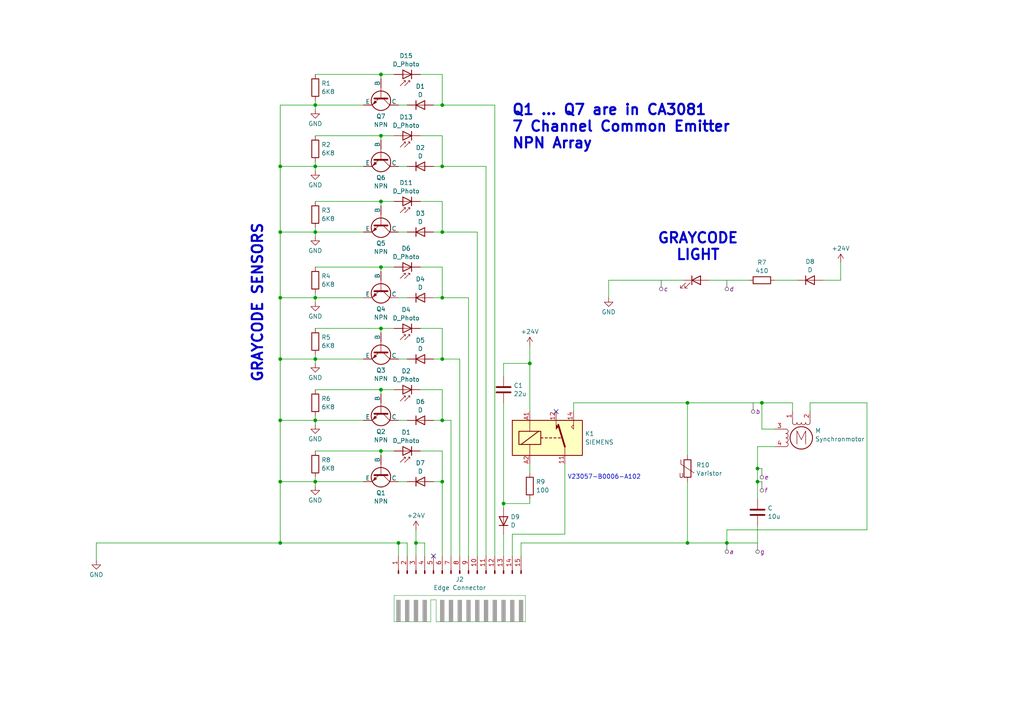
<source format=kicad_sch>
(kicad_sch (version 20231120) (generator "eeschema") (generator_version "8.0")
  (paper "A4")
  (lib_symbols
    (symbol "Connector:Conn_01x15_Pin" (pin_names (offset 1.016) hide)
      (property "Reference" "J" (at 0 20.32 0))
      (property "Value" "Conn_01x15_Pin" (at 0 -20.32 0))
      (symbol "Conn_01x15_Pin_1_1"
        (polyline (pts (xy 1.27 -17.78) (xy 0.8636 -17.78)) (stroke (width 0.1524)))
        (polyline (pts (xy 1.27 -15.24) (xy 0.8636 -15.24)) (stroke (width 0.1524)))
        (polyline (pts (xy 1.27 -12.7) (xy 0.8636 -12.7)) (stroke (width 0.1524)))
        (polyline (pts (xy 1.27 -10.16) (xy 0.8636 -10.16)) (stroke (width 0.1524)))
        (polyline (pts (xy 1.27 -7.62) (xy 0.8636 -7.62)) (stroke (width 0.1524)))
        (polyline (pts (xy 1.27 -5.08) (xy 0.8636 -5.08)) (stroke (width 0.1524)))
        (polyline (pts (xy 1.27 -2.54) (xy 0.8636 -2.54)) (stroke (width 0.1524)))
        (polyline (pts (xy 1.27 0) (xy 0.8636 0)) (stroke (width 0.1524)))
        (polyline (pts (xy 1.27 2.54) (xy 0.8636 2.54)) (stroke (width 0.1524)))
        (polyline (pts (xy 1.27 5.08) (xy 0.8636 5.08)) (stroke (width 0.1524)))
        (polyline (pts (xy 1.27 7.62) (xy 0.8636 7.62)) (stroke (width 0.1524)))
        (polyline (pts (xy 1.27 10.16) (xy 0.8636 10.16)) (stroke (width 0.1524)))
        (polyline (pts (xy 1.27 12.7) (xy 0.8636 12.7)) (stroke (width 0.1524)))
        (polyline (pts (xy 1.27 15.24) (xy 0.8636 15.24)) (stroke (width 0.1524)))
        (polyline (pts (xy 1.27 17.78) (xy 0.8636 17.78)) (stroke (width 0.1524)))
        (rectangle (start 0.8636 -17.653) (end 0 -17.907) (stroke (width 0.1524)) (fill (type outline)))
        (rectangle (start 0.8636 -15.113) (end 0 -15.367) (stroke (width 0.1524)) (fill (type outline)))
        (rectangle (start 0.8636 -12.573) (end 0 -12.827) (stroke (width 0.1524)) (fill (type outline)))
        (rectangle (start 0.8636 -10.033) (end 0 -10.287) (stroke (width 0.1524)) (fill (type outline)))
        (rectangle (start 0.8636 -7.493) (end 0 -7.747) (stroke (width 0.1524)) (fill (type outline)))
        (rectangle (start 0.8636 -4.953) (end 0 -5.207) (stroke (width 0.1524)) (fill (type outline)))
        (rectangle (start 0.8636 -2.413) (end 0 -2.667) (stroke (width 0.1524)) (fill (type outline)))
        (rectangle (start 0.8636 0.127) (end 0 -0.127) (stroke (width 0.1524)) (fill (type outline)))
        (rectangle (start 0.8636 2.667) (end 0 2.413) (stroke (width 0.1524)) (fill (type outline)))
        (rectangle (start 0.8636 5.207) (end 0 4.953) (stroke (width 0.1524)) (fill (type outline)))
        (rectangle (start 0.8636 7.747) (end 0 7.493) (stroke (width 0.1524)) (fill (type outline)))
        (rectangle (start 0.8636 10.287) (end 0 10.033) (stroke (width 0.1524)) (fill (type outline)))
        (rectangle (start 0.8636 12.827) (end 0 12.573) (stroke (width 0.1524)) (fill (type outline)))
        (rectangle (start 0.8636 15.367) (end 0 15.113) (stroke (width 0.1524)) (fill (type outline)))
        (rectangle (start 0.8636 17.907) (end 0 17.653) (stroke (width 0.1524)) (fill (type outline)))
        (pin passive line (at 5.08 17.78 180) (length 3.81) (name "Pin_1") (number "1"))
        (pin passive line (at 5.08 -5.08 180) (length 3.81) (name "Pin_10") (number "10"))
        (pin passive line (at 5.08 -7.62 180) (length 3.81) (name "Pin_11") (number "11"))
        (pin passive line (at 5.08 -10.16 180) (length 3.81) (name "Pin_12") (number "12"))
        (pin passive line (at 5.08 -12.7 180) (length 3.81) (name "Pin_13") (number "13"))
        (pin passive line (at 5.08 -15.24 180) (length 3.81) (name "Pin_14") (number "14"))
        (pin passive line (at 5.08 -17.78 180) (length 3.81) (name "Pin_15") (number "15"))
        (pin passive line (at 5.08 15.24 180) (length 3.81) (name "Pin_2") (number "2"))
        (pin passive line (at 5.08 12.7 180) (length 3.81) (name "Pin_3") (number "3"))
        (pin passive line (at 5.08 10.16 180) (length 3.81) (name "Pin_4") (number "4"))
        (pin passive line (at 5.08 7.62 180) (length 3.81) (name "Pin_5") (number "5"))
        (pin passive line (at 5.08 5.08 180) (length 3.81) (name "Pin_6") (number "6"))
        (pin passive line (at 5.08 2.54 180) (length 3.81) (name "Pin_7") (number "7"))
        (pin passive line (at 5.08 0 180) (length 3.81) (name "Pin_8") (number "8"))
        (pin passive line (at 5.08 -2.54 180) (length 3.81) (name "Pin_9") (number "9"))
      )
    )
    (symbol "Device:C" (pin_numbers hide) (pin_names (offset 0.254))
      (property "Reference" "C" (at 0.635 2.54 0))
      (property "Value" "C" (at 0.635 -2.54 0))
      (symbol "C_0_1"
        (polyline (pts (xy -2.032 -0.762) (xy 2.032 -0.762)) (stroke (width 0.508)))
        (polyline (pts (xy -2.032 0.762) (xy 2.032 0.762)) (stroke (width 0.508)))
      )
      (symbol "C_1_1"
        (pin passive line (at 0 3.81 270) (length 2.794) (name "~") (number "1"))
        (pin passive line (at 0 -3.81 90) (length 2.794) (name "~") (number "2"))
      )
    )
    (symbol "Device:D" (pin_numbers hide) (pin_names (offset 1.016) hide)
      (property "Reference" "D" (at 0 2.54 0))
      (property "Value" "D" (at 0 -2.54 0))
      (symbol "D_0_1"
        (polyline (pts (xy -1.27 1.27) (xy -1.27 -1.27)) (stroke (width 0.254)))
        (polyline (pts (xy 1.27 0) (xy -1.27 0)))
        (polyline (pts (xy 1.27 1.27) (xy 1.27 -1.27) (xy -1.27 0) (xy 1.27 1.27)) (stroke (width 0.254)))
      )
      (symbol "D_1_1"
        (pin passive line (at -3.81 0 0) (length 2.54) (name "K") (number "1"))
        (pin passive line (at 3.81 0 180) (length 2.54) (name "A") (number "2"))
      )
    )
    (symbol "Device:D_Photo" (pin_numbers hide) (pin_names hide)
      (property "Reference" "D" (at 0.508 1.778 0))
      (property "Value" "D_Photo" (at -1.016 -2.794 0))
      (symbol "D_Photo_0_1"
        (polyline (pts (xy -2.54 1.27) (xy -2.54 -1.27)) (stroke (width 0.254)))
        (polyline (pts (xy -2.032 1.778) (xy -1.524 1.778)))
        (polyline (pts (xy 0 0) (xy -2.54 0)))
        (polyline (pts (xy -0.508 3.302) (xy -2.032 1.778) (xy -2.032 2.286)))
        (polyline (pts (xy 0 -1.27) (xy 0 1.27) (xy -2.54 0) (xy 0 -1.27)) (stroke (width 0.254)))
        (polyline (pts (xy 0.762 3.302) (xy -0.762 1.778) (xy -0.762 2.286) (xy -0.762 1.778) (xy -0.254 1.778)))
      )
      (symbol "D_Photo_1_1"
        (pin passive line (at -5.08 0 0) (length 2.54) (name "K") (number "1"))
        (pin passive line (at 2.54 0 180) (length 2.54) (name "A") (number "2"))
      )
    )
    (symbol "Device:LED" (pin_numbers hide) (pin_names (offset 1.016) hide)
      (property "Reference" "D" (at 0 2.54 0))
      (property "Value" "LED" (at 0 -2.54 0))
      (symbol "LED_0_1"
        (polyline (pts (xy -1.27 -1.27) (xy -1.27 1.27)) (stroke (width 0.254)))
        (polyline (pts (xy -1.27 0) (xy 1.27 0)))
        (polyline (pts (xy 1.27 -1.27) (xy 1.27 1.27) (xy -1.27 0) (xy 1.27 -1.27)) (stroke (width 0.254)))
        (polyline (pts (xy -3.048 -0.762) (xy -4.572 -2.286) (xy -3.81 -2.286) (xy -4.572 -2.286) (xy -4.572 -1.524)))
        (polyline (pts (xy -1.778 -0.762) (xy -3.302 -2.286) (xy -2.54 -2.286) (xy -3.302 -2.286) (xy -3.302 -1.524)))
      )
      (symbol "LED_1_1"
        (pin passive line (at -3.81 0 0) (length 2.54) (name "K") (number "1"))
        (pin passive line (at 3.81 0 180) (length 2.54) (name "A") (number "2"))
      )
    )
    (symbol "Device:R" (pin_numbers hide) (pin_names (offset 0))
      (property "Reference" "R" (at 2.032 0 90))
      (property "Value" "R" (at 0 0 90))
      (symbol "R_0_1"
        (rectangle (start -1.016 -2.54) (end 1.016 2.54) (stroke (width 0.254)))
      )
      (symbol "R_1_1"
        (pin passive line (at 0 3.81 270) (length 1.27) (name "~") (number "1"))
        (pin passive line (at 0 -3.81 90) (length 1.27) (name "~") (number "2"))
      )
    )
    (symbol "Device:Varistor" (pin_numbers hide) (pin_names (offset 0))
      (property "Reference" "RV" (at 3.175 0 90))
      (property "Value" "Varistor" (at -3.175 0 90))
      (symbol "Varistor_0_0"
        (text "U" (at -1.778 -2.032 0) (effects (font (size 1.27 1.27))))
      )
      (symbol "Varistor_0_1"
        (rectangle (start -1.016 -2.54) (end 1.016 2.54) (stroke (width 0.254)))
        (polyline (pts (xy -1.905 2.54) (xy -1.905 1.27) (xy 1.905 -1.27)))
      )
      (symbol "Varistor_1_1"
        (pin passive line (at 0 3.81 270) (length 1.27) (name "~") (number "1"))
        (pin passive line (at 0 -3.81 90) (length 1.27) (name "~") (number "2"))
      )
    )
    (symbol "Motor:Stepper_Motor_bipolar" (pin_names (offset 0) hide)
      (property "Reference" "M" (at 3.81 2.54 0))
      (property "Value" "Stepper_Motor_bipolar" (at 3.81 1.27 0))
      (symbol "Stepper_Motor_bipolar_0_0"
        (polyline (pts (xy -1.27 -1.778) (xy -1.27 2.032) (xy 0 -0.508) (xy 1.27 2.032) (xy 1.27 -1.778)))
      )
      (symbol "Stepper_Motor_bipolar_0_1"
        (arc (start -4.445 -2.54) (mid -3.8127 -1.905) (end -4.445 -1.27))
        (arc (start -4.445 -1.27) (mid -3.8127 -0.635) (end -4.445 0))
        (arc (start -4.445 0) (mid -3.8127 0.635) (end -4.445 1.27))
        (arc (start -4.445 1.27) (mid -3.8127 1.905) (end -4.445 2.54))
        (arc (start -2.54 4.445) (mid -1.905 3.8127) (end -1.27 4.445))
        (arc (start -1.27 4.445) (mid -0.635 3.8127) (end 0 4.445))
        (polyline (pts (xy -5.08 -2.54) (xy -4.445 -2.54)))
        (polyline (pts (xy -5.08 2.54) (xy -4.445 2.54)))
        (polyline (pts (xy -2.54 5.08) (xy -2.54 4.445)))
        (polyline (pts (xy 2.54 5.08) (xy 2.54 4.445)))
        (circle (center 0 0) (radius 3.2512) (stroke (width 0.254)))
        (arc (start 0 4.445) (mid 0.635 3.8127) (end 1.27 4.445))
        (arc (start 1.27 4.445) (mid 1.905 3.8127) (end 2.54 4.445))
      )
      (symbol "Stepper_Motor_bipolar_1_1"
        (pin passive line (at -2.54 7.62 270) (length 2.54) (name "~") (number "1"))
        (pin passive line (at 2.54 7.62 270) (length 2.54) (name "-") (number "2"))
        (pin passive line (at -7.62 2.54 0) (length 2.54) (name "~") (number "3"))
        (pin passive line (at -7.62 -2.54 0) (length 2.54) (name "~") (number "4"))
      )
    )
    (symbol "Relay:FINDER-40.11"
      (property "Reference" "K" (at 11.43 3.81 0))
      (property "Value" "FINDER-40.11" (at 11.43 1.27 0))
      (symbol "FINDER-40.11_0_0"
        (polyline (pts (xy 7.62 5.08) (xy 7.62 2.54) (xy 6.985 3.175) (xy 7.62 3.81)))
      )
      (symbol "FINDER-40.11_0_1"
        (rectangle (start -10.16 5.08) (end 10.16 -5.08) (stroke (width 0.254)) (fill (type background)))
        (rectangle (start -8.255 1.905) (end -1.905 -1.905) (stroke (width 0.254)))
        (polyline (pts (xy -7.62 -1.905) (xy -2.54 1.905)) (stroke (width 0.254)))
        (polyline (pts (xy -5.08 -5.08) (xy -5.08 -1.905)))
        (polyline (pts (xy -5.08 5.08) (xy -5.08 1.905)))
        (polyline (pts (xy -1.905 0) (xy -1.27 0)) (stroke (width 0.254)))
        (polyline (pts (xy -0.635 0) (xy 0 0)) (stroke (width 0.254)))
        (polyline (pts (xy 0.635 0) (xy 1.27 0)) (stroke (width 0.254)))
        (polyline (pts (xy 1.905 0) (xy 2.54 0)) (stroke (width 0.254)))
        (polyline (pts (xy 3.175 0) (xy 3.81 0)) (stroke (width 0.254)))
        (polyline (pts (xy 5.08 -2.54) (xy 3.175 3.81)) (stroke (width 0.508)))
        (polyline (pts (xy 5.08 -2.54) (xy 5.08 -5.08)))
        (polyline (pts (xy 2.54 5.08) (xy 2.54 2.54) (xy 3.175 3.175) (xy 2.54 3.81)) (fill (type outline)))
      )
      (symbol "FINDER-40.11_1_1"
        (pin passive line (at 5.08 -7.62 90) (length 2.54) (name "~") (number "11"))
        (pin passive line (at 2.54 7.62 270) (length 2.54) (name "~") (number "12"))
        (pin passive line (at 7.62 7.62 270) (length 2.54) (name "~") (number "14"))
        (pin passive line (at -5.08 7.62 270) (length 2.54) (name "~") (number "A1"))
        (pin passive line (at -5.08 -7.62 90) (length 2.54) (name "~") (number "A2"))
      )
    )
    (symbol "Simulation_SPICE:NPN" (pin_numbers hide) (pin_names (offset 0))
      (property "Reference" "Q" (at -2.54 7.62 0))
      (property "Value" "NPN" (at -2.54 5.08 0))
      (symbol "NPN_0_1"
        (polyline (pts (xy -2.54 0) (xy 0.635 0)) (stroke (width 0.1524)))
        (polyline (pts (xy 0.635 0.635) (xy 2.54 2.54)))
        (polyline (pts (xy 2.794 -1.27) (xy 2.794 -1.27)) (stroke (width 0.1524)))
        (polyline (pts (xy 2.794 -1.27) (xy 2.794 -1.27)) (stroke (width 0.1524)))
        (polyline (pts (xy 0.635 -0.635) (xy 2.54 -2.54) (xy 2.54 -2.54)))
        (polyline (pts (xy 0.635 1.905) (xy 0.635 -1.905) (xy 0.635 -1.905)) (stroke (width 0.508)))
        (polyline (pts (xy 1.27 -1.778) (xy 1.778 -1.27) (xy 2.286 -2.286) (xy 1.27 -1.778) (xy 1.27 -1.778)) (fill (type outline)))
        (circle (center 1.27 0) (radius 2.8194) (stroke (width 0.254)))
      )
      (symbol "NPN_1_1"
        (pin open_collector line (at 2.54 5.08 270) (length 2.54) (name "C") (number "1"))
        (pin input line (at -5.08 0 0) (length 2.54) (name "B") (number "2"))
        (pin open_emitter line (at 2.54 -5.08 90) (length 2.54) (name "E") (number "3"))
      )
    )
    (symbol "power:+24V" (power) (pin_numbers hide) (pin_names (offset 0) hide)
      (property "Value" "+24V" (at 0 3.556 0))
      (symbol "+24V_0_1"
        (polyline (pts (xy -0.762 1.27) (xy 0 2.54)))
        (polyline (pts (xy 0 0) (xy 0 2.54)))
        (polyline (pts (xy 0 2.54) (xy 0.762 1.27)))
      )
      (symbol "+24V_1_1"
        (pin power_in line (at 0 0 90) (length 0) (name "~") (number "1"))
      )
    )
    (symbol "power:GND" (power) (pin_numbers hide) (pin_names (offset 0) hide)
      (property "Value" "GND" (at 0 -3.81 0))
      (symbol "GND_0_1"
        (polyline (pts (xy 0 0) (xy 0 -1.27) (xy 1.27 -1.27) (xy 0 -2.54) (xy -1.27 -1.27) (xy 0 -1.27)))
      )
      (symbol "GND_1_1"
        (pin power_in line (at 0 0 270) (length 0) (name "~") (number "1"))
      )
    )
  )
  (junction (at 110.49 77.47))
  (junction (at 110.49 58.42))
  (junction (at 91.44 121.92))
  (junction (at 128.27 139.7))
  (junction (at 146.05 146.05))
  (junction (at 91.44 48.26))
  (junction (at 115.57 157.48))
  (junction (at 199.39 157.48))
  (junction (at 91.44 67.31))
  (junction (at 81.28 48.26))
  (junction (at 91.44 86.36))
  (junction (at 220.98 116.84))
  (junction (at 128.27 30.48))
  (junction (at 199.39 116.84))
  (junction (at 91.44 104.14))
  (junction (at 110.49 130.81))
  (junction (at 81.28 121.92))
  (junction (at 91.44 30.48))
  (junction (at 81.28 157.48))
  (junction (at 81.28 86.36))
  (junction (at 153.67 105.41))
  (junction (at 81.28 104.14))
  (junction (at 128.27 121.92))
  (junction (at 120.65 157.48))
  (junction (at 128.27 104.14))
  (junction (at 81.28 139.7))
  (junction (at 128.27 86.36))
  (junction (at 91.44 139.7))
  (junction (at 219.71 139.7))
  (junction (at 128.27 48.26))
  (junction (at 110.49 113.03))
  (junction (at 110.49 95.25))
  (junction (at 210.82 157.48))
  (junction (at 110.49 21.59))
  (junction (at 110.49 39.37))
  (junction (at 81.28 67.31))
  (junction (at 219.71 135.89))
  (junction (at 128.27 67.31))
  (no_connect (at 161.29 119.38))
  (no_connect (at 125.73 161.29))
  (wire (pts (xy 115.57 86.36) (xy 118.11 86.36)))
  (wire (pts (xy 91.44 102.87) (xy 91.44 104.14)))
  (wire (pts (xy 81.28 121.92) (xy 91.44 121.92)))
  (wire (pts (xy 118.11 157.48) (xy 118.11 161.29)))
  (wire (pts (xy 81.28 139.7) (xy 81.28 157.48)))
  (wire (pts (xy 153.67 105.41) (xy 153.67 119.38)))
  (wire (pts (xy 140.97 48.26) (xy 128.27 48.26)))
  (polyline (pts (xy 124.968 180.34) (xy 114.3 180.34)) (stroke (width 0.1) (color 0 128 9 1)))
  (wire (pts (xy 91.44 121.92) (xy 105.41 121.92)))
  (wire (pts (xy 81.28 121.92) (xy 81.28 139.7)))
  (wire (pts (xy 219.71 139.7) (xy 220.98 139.7)))
  (wire (pts (xy 220.98 124.46) (xy 220.98 116.84)))
  (wire (pts (xy 251.46 153.67) (xy 251.46 116.84)))
  (wire (pts (xy 81.28 67.31) (xy 81.28 86.36)))
  (wire (pts (xy 135.89 86.36) (xy 128.27 86.36)))
  (wire (pts (xy 91.44 86.36) (xy 105.41 86.36)))
  (polyline (pts (xy 124.968 173.99) (xy 124.968 180.34)) (stroke (width 0.1) (color 0 128 9 1)))
  (wire (pts (xy 110.49 130.81) (xy 110.49 132.08)))
  (wire (pts (xy 153.67 100.33) (xy 153.67 105.41)))
  (wire (pts (xy 128.27 67.31) (xy 138.43 67.31)))
  (wire (pts (xy 91.44 48.26) (xy 105.41 48.26)))
  (wire (pts (xy 81.28 139.7) (xy 91.44 139.7)))
  (wire (pts (xy 81.28 104.14) (xy 81.28 121.92)))
  (wire (pts (xy 151.13 157.48) (xy 199.39 157.48)))
  (wire (pts (xy 146.05 147.32) (xy 146.05 146.05)))
  (wire (pts (xy 210.82 153.67) (xy 251.46 153.67)))
  (wire (pts (xy 120.65 153.67) (xy 120.65 157.48)))
  (wire (pts (xy 224.79 124.46) (xy 220.98 124.46)))
  (wire (pts (xy 81.28 30.48) (xy 81.28 48.26)))
  (wire (pts (xy 234.95 116.84) (xy 234.95 119.38)))
  (wire (pts (xy 219.71 129.54) (xy 224.79 129.54)))
  (wire (pts (xy 219.71 152.4) (xy 219.71 157.48)))
  (wire (pts (xy 114.3 77.47) (xy 110.49 77.47)))
  (wire (pts (xy 91.44 66.04) (xy 91.44 67.31)))
  (polyline (pts (xy 126.492 180.34) (xy 127.254 180.34)) (stroke (width 0.1) (color 0 128 9 1)))
  (wire (pts (xy 128.27 21.59) (xy 121.92 21.59)))
  (wire (pts (xy 91.44 86.36) (xy 91.44 87.63)))
  (polyline (pts (xy 126.492 173.99) (xy 124.968 173.99)) (stroke (width 0.1) (color 0 128 9 1)))
  (wire (pts (xy 199.39 157.48) (xy 210.82 157.48)))
  (wire (pts (xy 146.05 109.22) (xy 146.05 105.41)))
  (wire (pts (xy 199.39 116.84) (xy 220.98 116.84)))
  (wire (pts (xy 81.28 48.26) (xy 91.44 48.26)))
  (wire (pts (xy 114.3 95.25) (xy 110.49 95.25)))
  (wire (pts (xy 110.49 58.42) (xy 110.49 59.69)))
  (wire (pts (xy 81.28 67.31) (xy 91.44 67.31)))
  (wire (pts (xy 91.44 120.65) (xy 91.44 121.92)))
  (wire (pts (xy 123.19 157.48) (xy 123.19 161.29)))
  (polyline (pts (xy 114.3 180.34) (xy 114.3 172.72)) (stroke (width 0.1) (color 0 128 9 1)))
  (wire (pts (xy 220.98 116.84) (xy 229.87 116.84)))
  (wire (pts (xy 128.27 77.47) (xy 121.92 77.47)))
  (wire (pts (xy 210.82 157.48) (xy 219.71 157.48)))
  (wire (pts (xy 125.73 104.14) (xy 128.27 104.14)))
  (wire (pts (xy 91.44 67.31) (xy 105.41 67.31)))
  (wire (pts (xy 110.49 113.03) (xy 91.44 113.03)))
  (polyline (pts (xy 126.492 180.34) (xy 126.492 173.99)) (stroke (width 0.1) (color 0 128 9 1)))
  (wire (pts (xy 91.44 30.48) (xy 105.41 30.48)))
  (wire (pts (xy 238.76 81.28) (xy 243.84 81.28)))
  (wire (pts (xy 151.13 161.29) (xy 151.13 157.48)))
  (wire (pts (xy 91.44 138.43) (xy 91.44 139.7)))
  (wire (pts (xy 140.97 161.29) (xy 140.97 48.26)))
  (wire (pts (xy 128.27 130.81) (xy 128.27 139.7)))
  (polyline (pts (xy 114.3 172.72) (xy 152.4 172.72)) (stroke (width 0.1) (color 0 128 9 1)))
  (wire (pts (xy 128.27 58.42) (xy 121.92 58.42)))
  (wire (pts (xy 128.27 139.7) (xy 128.27 161.29)))
  (wire (pts (xy 224.79 81.28) (xy 231.14 81.28)))
  (wire (pts (xy 110.49 77.47) (xy 91.44 77.47)))
  (wire (pts (xy 91.44 139.7) (xy 105.41 139.7)))
  (wire (pts (xy 133.35 104.14) (xy 128.27 104.14)))
  (wire (pts (xy 81.28 157.48) (xy 27.94 157.48)))
  (wire (pts (xy 199.39 139.7) (xy 199.39 157.48)))
  (wire (pts (xy 125.73 121.92) (xy 128.27 121.92)))
  (wire (pts (xy 148.59 154.94) (xy 163.83 154.94)))
  (wire (pts (xy 91.44 121.92) (xy 91.44 123.19)))
  (wire (pts (xy 130.81 161.29) (xy 130.81 121.92)))
  (wire (pts (xy 91.44 104.14) (xy 91.44 105.41)))
  (wire (pts (xy 110.49 21.59) (xy 110.49 22.86)))
  (wire (pts (xy 128.27 21.59) (xy 128.27 30.48)))
  (wire (pts (xy 219.71 139.7) (xy 219.71 144.78)))
  (wire (pts (xy 125.73 86.36) (xy 128.27 86.36)))
  (wire (pts (xy 114.3 39.37) (xy 110.49 39.37)))
  (wire (pts (xy 115.57 161.29) (xy 115.57 157.48)))
  (wire (pts (xy 143.51 30.48) (xy 128.27 30.48)))
  (wire (pts (xy 81.28 86.36) (xy 91.44 86.36)))
  (wire (pts (xy 115.57 157.48) (xy 81.28 157.48)))
  (wire (pts (xy 91.44 48.26) (xy 91.44 49.53)))
  (wire (pts (xy 128.27 130.81) (xy 121.92 130.81)))
  (wire (pts (xy 115.57 48.26) (xy 118.11 48.26)))
  (wire (pts (xy 91.44 85.09) (xy 91.44 86.36)))
  (wire (pts (xy 110.49 39.37) (xy 91.44 39.37)))
  (wire (pts (xy 110.49 95.25) (xy 110.49 96.52)))
  (polyline (pts (xy 152.4 172.72) (xy 152.4 180.34)) (stroke (width 0.1) (color 0 128 9 1)))
  (wire (pts (xy 166.37 116.84) (xy 199.39 116.84)))
  (wire (pts (xy 128.27 95.25) (xy 121.92 95.25)))
  (wire (pts (xy 114.3 58.42) (xy 110.49 58.42)))
  (wire (pts (xy 91.44 30.48) (xy 91.44 31.75)))
  (polyline (pts (xy 152.4 180.34) (xy 127 180.34)) (stroke (width 0.1) (color 0 128 9 1)))
  (wire (pts (xy 205.74 81.28) (xy 217.17 81.28)))
  (wire (pts (xy 115.57 139.7) (xy 118.11 139.7)))
  (wire (pts (xy 81.28 104.14) (xy 91.44 104.14)))
  (wire (pts (xy 115.57 157.48) (xy 118.11 157.48)))
  (wire (pts (xy 91.44 67.31) (xy 91.44 68.58)))
  (wire (pts (xy 176.53 86.36) (xy 176.53 81.28)))
  (wire (pts (xy 128.27 95.25) (xy 128.27 104.14)))
  (wire (pts (xy 135.89 161.29) (xy 135.89 86.36)))
  (wire (pts (xy 146.05 161.29) (xy 146.05 154.94)))
  (wire (pts (xy 146.05 146.05) (xy 153.67 146.05)))
  (wire (pts (xy 210.82 157.48) (xy 210.82 153.67)))
  (wire (pts (xy 125.73 67.31) (xy 128.27 67.31)))
  (wire (pts (xy 243.84 76.2) (xy 243.84 81.28)))
  (wire (pts (xy 146.05 146.05) (xy 146.05 116.84)))
  (wire (pts (xy 153.67 137.16) (xy 153.67 134.62)))
  (wire (pts (xy 166.37 116.84) (xy 166.37 119.38)))
  (wire (pts (xy 91.44 139.7) (xy 91.44 140.97)))
  (wire (pts (xy 91.44 104.14) (xy 105.41 104.14)))
  (wire (pts (xy 114.3 21.59) (xy 110.49 21.59)))
  (wire (pts (xy 27.94 157.48) (xy 27.94 162.56)))
  (wire (pts (xy 110.49 95.25) (xy 91.44 95.25)))
  (wire (pts (xy 219.71 135.89) (xy 219.71 139.7)))
  (wire (pts (xy 91.44 46.99) (xy 91.44 48.26)))
  (wire (pts (xy 110.49 130.81) (xy 91.44 130.81)))
  (wire (pts (xy 251.46 116.84) (xy 234.95 116.84)))
  (wire (pts (xy 91.44 29.21) (xy 91.44 30.48)))
  (wire (pts (xy 110.49 58.42) (xy 91.44 58.42)))
  (wire (pts (xy 146.05 105.41) (xy 153.67 105.41)))
  (wire (pts (xy 125.73 139.7) (xy 128.27 139.7)))
  (wire (pts (xy 110.49 39.37) (xy 110.49 40.64)))
  (wire (pts (xy 110.49 21.59) (xy 91.44 21.59)))
  (wire (pts (xy 128.27 58.42) (xy 128.27 67.31)))
  (wire (pts (xy 219.71 129.54) (xy 219.71 135.89)))
  (wire (pts (xy 125.73 48.26) (xy 128.27 48.26)))
  (wire (pts (xy 115.57 121.92) (xy 118.11 121.92)))
  (wire (pts (xy 81.28 48.26) (xy 81.28 67.31)))
  (wire (pts (xy 219.71 135.89) (xy 220.98 135.89)))
  (wire (pts (xy 120.65 157.48) (xy 120.65 161.29)))
  (wire (pts (xy 128.27 113.03) (xy 128.27 121.92)))
  (wire (pts (xy 176.53 81.28) (xy 198.12 81.28)))
  (wire (pts (xy 110.49 77.47) (xy 110.49 78.74)))
  (wire (pts (xy 114.3 113.03) (xy 110.49 113.03)))
  (wire (pts (xy 125.73 30.48) (xy 128.27 30.48)))
  (wire (pts (xy 138.43 161.29) (xy 138.43 67.31)))
  (wire (pts (xy 128.27 77.47) (xy 128.27 86.36)))
  (wire (pts (xy 91.44 30.48) (xy 81.28 30.48)))
  (wire (pts (xy 115.57 67.31) (xy 118.11 67.31)))
  (wire (pts (xy 110.49 113.03) (xy 110.49 114.3)))
  (wire (pts (xy 133.35 161.29) (xy 133.35 104.14)))
  (wire (pts (xy 128.27 39.37) (xy 128.27 48.26)))
  (wire (pts (xy 143.51 161.29) (xy 143.51 30.48)))
  (wire (pts (xy 153.67 146.05) (xy 153.67 144.78)))
  (wire (pts (xy 229.87 116.84) (xy 229.87 119.38)))
  (wire (pts (xy 115.57 104.14) (xy 118.11 104.14)))
  (wire (pts (xy 114.3 130.81) (xy 110.49 130.81)))
  (wire (pts (xy 199.39 116.84) (xy 199.39 132.08)))
  (wire (pts (xy 81.28 86.36) (xy 81.28 104.14)))
  (wire (pts (xy 115.57 30.48) (xy 118.11 30.48)))
  (wire (pts (xy 148.59 161.29) (xy 148.59 154.94)))
  (wire (pts (xy 120.65 157.48) (xy 123.19 157.48)))
  (wire (pts (xy 128.27 39.37) (xy 121.92 39.37)))
  (wire (pts (xy 163.83 134.62) (xy 163.83 154.94)))
  (wire (pts (xy 130.81 121.92) (xy 128.27 121.92)))
  (wire (pts (xy 128.27 113.03) (xy 121.92 113.03)))
  (rectangle (start 120.015 173.99) (end 121.285 180.34) (stroke (width -0.0001)) (fill (type color) (color 164 161 161 1)))
  (rectangle (start 114.935 173.99) (end 116.205 180.34) (stroke (width -0.0001)) (fill (type color) (color 164 161 161 1)))
  (rectangle (start 150.495 173.99) (end 151.765 180.34) (stroke (width -0.0001)) (fill (type color) (color 164 161 161 1)))
  (rectangle (start 140.335 173.99) (end 141.605 180.34) (stroke (width -0.0001)) (fill (type color) (color 164 161 161 1)))
  (rectangle (start 135.255 173.99) (end 136.525 180.34) (stroke (width -0.0001)) (fill (type color) (color 164 161 161 1)))
  (rectangle (start 132.715 173.99) (end 133.985 180.34) (stroke (width -0.0001)) (fill (type color) (color 164 161 161 1)))
  (rectangle (start 127.635 173.99) (end 128.905 180.34) (stroke (width -0.0001)) (fill (type color) (color 164 161 161 1)))
  (rectangle (start 117.475 173.99) (end 118.745 180.34) (stroke (width -0.0001)) (fill (type color) (color 164 161 161 1)))
  (rectangle (start 122.555 173.99) (end 123.825 180.34) (stroke (width -0.0001)) (fill (type color) (color 164 161 161 1)))
  (rectangle (start 130.175 173.99) (end 131.445 180.34) (stroke (width -0.0001)) (fill (type color) (color 164 161 161 1)))
  (rectangle (start 147.955 173.99) (end 149.225 180.34) (stroke (width -0.0001)) (fill (type color) (color 164 161 161 1)))
  (rectangle (start 142.875 173.99) (end 144.145 180.34) (stroke (width -0.0001)) (fill (type color) (color 164 161 161 1)))
  (rectangle (start 145.415 173.99) (end 146.685 180.34) (stroke (width -0.0001)) (fill (type color) (color 164 161 161 1)))
  (rectangle (start 137.795 173.99) (end 139.065 180.34) (stroke (width -0.0001)) (fill (type color) (color 164 161 161 1)))
  (text "V23057-B0006-A102" (at 175.26 138.43 0) (effects (font (size 1.27 1.27))))
  (text "GRAYCODE SENSORS" (at 74.676 87.884 90) (effects (font (size 3 3) (thickness 0.6) (bold yes))))
  (text "Q1 ... Q7 are in CA3081\n7 Channel Common Emitter\nNPN Array" (at 148.336 36.83 0) (effects (font (size 3 3) (thickness 0.6) (bold yes)) (justify left)))
  (text "GRAYCODE\nLIGHT" (at 202.438 71.628 0) (effects (font (size 3 3) (thickness 0.6) (bold yes))))
  (netclass_flag "" (length 2.54) (shape round) (at 191.77 81.28 180) (property "Netclass" "c" (at 192.4685 83.82 0) (effects (font (italic yes)) (justify left))))
  (netclass_flag "" (length 2.54) (shape round) (at 220.98 135.89 180) (property "Netclass" "e" (at 221.6785 138.43 0) (effects (font (italic yes)) (justify left))))
  (netclass_flag "" (length 2.54) (shape round) (at 220.98 139.7 180) (property "Netclass" "f" (at 221.6785 142.24 0) (effects (font (italic yes)) (justify left))))
  (netclass_flag "" (length 2.54) (shape round) (at 210.82 157.48 180) (property "Netclass" "a" (at 211.5185 160.02 0) (effects (font (italic yes)) (justify left))))
  (netclass_flag "" (length 2.54) (shape round) (at 210.82 81.28 180) (property "Netclass" "d" (at 211.5185 83.82 0) (effects (font (italic yes)) (justify left))))
  (netclass_flag "" (length 2.54) (shape round) (at 219.71 157.48 180) (property "Netclass" "g" (at 220.4085 160.02 0) (effects (font (italic yes)) (justify left))))
  (netclass_flag "" (length 2.54) (shape round) (at 218.44 116.84 180) (property "Netclass" "b" (at 219.1385 119.38 0) (effects (font (italic yes)) (justify left))))
  (symbol (lib_id "power:GND") (at 27.94 162.56 0) (unit 1)
    (property "Reference" "#PWR01" (effects (hide yes)))
    (property "Value" "GND" (at 27.94 166.6931 0))
    (property "Description" "Power symbol creates a global label with name \"GND\" , ground" (effects (hide yes)))
  )
  (symbol (lib_id "power:+24V") (at 243.84 76.2 0) (unit 1)
    (property "Reference" "#PWR05" (effects (hide yes)))
    (property "Value" "+24V" (at 243.84 72.0669 0))
    (property "Description" "Power symbol creates a global label with name \"+24V\"" (effects (hide yes)))
  )
  (symbol (lib_id "power:GND") (at 91.44 123.19 0) (unit 1)
    (property "Reference" "#PWR07" (effects (hide yes)))
    (property "Value" "GND" (at 91.44 127.3231 0))
    (property "Description" "Power symbol creates a global label with name \"GND\" , ground" (effects (hide yes)))
  )
  (symbol (lib_id "Simulation_SPICE:NPN") (at 110.49 45.72 270) (unit 1)
    (property "Reference" "Q6" (at 110.49 51.5295 90))
    (property "Value" "NPN" (at 110.49 53.9538 90))
    (property "Datasheet" "https://ngspice.sourceforge.io/docs/ngspice-html-manual/manual.xhtml#cha_BJTs" (effects (hide yes)))
    (property "Description" "Bipolar transistor symbol for simulation only, substrate tied to the emitter" (effects (hide yes)))
    (property "Sim.Device" "NPN" (effects (hide yes)))
    (property "Sim.Type" "GUMMELPOON" (effects (hide yes)))
    (property "Sim.Pins" "1=C 2=B 3=E" (effects (hide yes)))
  )
  (symbol (lib_id "Device:R") (at 91.44 116.84 0) (unit 1)
    (property "Reference" "R6" (at 93.218 115.6278 0) (effects (justify left)))
    (property "Value" "6K8" (at 93.218 118.0521 0) (effects (justify left)))
    (property "Description" "Resistor" (effects (hide yes)))
  )
  (symbol (lib_id "Device:D") (at 121.92 48.26 0) (unit 1)
    (property "Reference" "D2" (at 121.92 42.8455 0))
    (property "Value" "D" (at 121.92 45.2698 0))
    (property "Description" "Diode" (effects (hide yes)))
    (property "Sim.Device" "D" (effects (hide yes)))
    (property "Sim.Pins" "1=K 2=A" (effects (hide yes)))
  )
  (symbol (lib_id "Device:D_Photo") (at 116.84 58.42 180) (unit 1)
    (property "Reference" "D11" (at 117.7925 53.0055 0))
    (property "Value" "D_Photo" (at 117.7925 55.4298 0))
    (property "Description" "Photodiode" (effects (hide yes)))
  )
  (symbol (lib_id "Device:D") (at 121.92 30.48 0) (unit 1)
    (property "Reference" "D1" (at 121.92 25.0655 0))
    (property "Value" "D" (at 121.92 27.4898 0))
    (property "Description" "Diode" (effects (hide yes)))
    (property "Sim.Device" "D" (effects (hide yes)))
    (property "Sim.Pins" "1=K 2=A" (effects (hide yes)))
  )
  (symbol (lib_id "Device:D_Photo") (at 116.84 39.37 180) (unit 1)
    (property "Reference" "D13" (at 117.7925 33.9555 0))
    (property "Value" "D_Photo" (at 117.7925 36.3798 0))
    (property "Description" "Photodiode" (effects (hide yes)))
  )
  (symbol (lib_id "Motor:Stepper_Motor_bipolar") (at 232.41 127 0) (unit 1)
    (property "Reference" "M" (at 236.4232 124.9369 0) (effects (justify left)))
    (property "Value" "Synchronmotor" (at 236.4232 127.3612 0) (effects (justify left)))
    (property "Datasheet" "http://www.infineon.com/dgdl/Application-Note-TLE8110EE_driving_UniPolarStepperMotor_V1.1.pdf?fileId=db3a30431be39b97011be5d0aa0a00b0" (effects (hide yes)))
    (property "Description" "4-wire bipolar stepper motor" (effects (hide yes)))
  )
  (symbol (lib_id "power:+24V") (at 120.65 153.67 0) (unit 1)
    (property "Reference" "#PWR02" (effects (hide yes)))
    (property "Value" "+24V" (at 120.65 149.5369 0))
    (property "Description" "Power symbol creates a global label with name \"+24V\"" (effects (hide yes)))
  )
  (symbol (lib_id "power:GND") (at 91.44 68.58 0) (unit 1)
    (property "Reference" "#PWR010" (effects (hide yes)))
    (property "Value" "GND" (at 91.44 72.7131 0))
    (property "Description" "Power symbol creates a global label with name \"GND\" , ground" (effects (hide yes)))
  )
  (symbol (lib_id "Device:LED") (at 201.93 81.28 0) (unit 1)
    (property "Reference" "D" (effects (hide yes)))
    (property "Value" "LED" (effects (hide yes)))
    (property "Description" "Light emitting diode" (effects (hide yes)))
  )
  (symbol (lib_id "Device:D") (at 121.92 67.31 0) (unit 1)
    (property "Reference" "D3" (at 121.92 61.8955 0))
    (property "Value" "D" (at 121.92 64.3198 0))
    (property "Description" "Diode" (effects (hide yes)))
    (property "Sim.Device" "D" (effects (hide yes)))
    (property "Sim.Pins" "1=K 2=A" (effects (hide yes)))
  )
  (symbol (lib_id "Device:R") (at 220.98 81.28 90) (unit 1)
    (property "Reference" "R7" (at 220.98 76.1195 90))
    (property "Value" "410" (at 220.98 78.5438 90))
    (property "Description" "Resistor" (effects (hide yes)))
  )
  (symbol (lib_id "Device:R") (at 91.44 81.28 0) (unit 1)
    (property "Reference" "R4" (at 93.218 80.0678 0) (effects (justify left)))
    (property "Value" "6K8" (at 93.218 82.4921 0) (effects (justify left)))
    (property "Description" "Resistor" (effects (hide yes)))
  )
  (symbol (lib_id "Simulation_SPICE:NPN") (at 110.49 137.16 270) (unit 1)
    (property "Reference" "Q1" (at 110.49 142.9695 90))
    (property "Value" "NPN" (at 110.49 145.3938 90))
    (property "Datasheet" "https://ngspice.sourceforge.io/docs/ngspice-html-manual/manual.xhtml#cha_BJTs" (effects (hide yes)))
    (property "Description" "Bipolar transistor symbol for simulation only, substrate tied to the emitter" (effects (hide yes)))
    (property "Sim.Device" "NPN" (effects (hide yes)))
    (property "Sim.Type" "GUMMELPOON" (effects (hide yes)))
    (property "Sim.Pins" "1=C 2=B 3=E" (effects (hide yes)))
  )
  (symbol (lib_id "Device:C") (at 146.05 113.03 0) (unit 1)
    (property "Reference" "C1" (at 148.971 111.8178 0) (effects (justify left)))
    (property "Value" "22u" (at 148.971 114.2421 0) (effects (justify left)))
    (property "Description" "Unpolarized capacitor" (effects (hide yes)))
  )
  (symbol (lib_id "Simulation_SPICE:NPN") (at 110.49 83.82 270) (unit 1)
    (property "Reference" "Q4" (at 110.49 89.6295 90))
    (property "Value" "NPN" (at 110.49 92.0538 90))
    (property "Datasheet" "https://ngspice.sourceforge.io/docs/ngspice-html-manual/manual.xhtml#cha_BJTs" (effects (hide yes)))
    (property "Description" "Bipolar transistor symbol for simulation only, substrate tied to the emitter" (effects (hide yes)))
    (property "Sim.Device" "NPN" (effects (hide yes)))
    (property "Sim.Type" "GUMMELPOON" (effects (hide yes)))
    (property "Sim.Pins" "1=C 2=B 3=E" (effects (hide yes)))
  )
  (symbol (lib_id "Simulation_SPICE:NPN") (at 110.49 64.77 270) (unit 1)
    (property "Reference" "Q5" (at 110.49 70.5795 90))
    (property "Value" "NPN" (at 110.49 73.0038 90))
    (property "Datasheet" "https://ngspice.sourceforge.io/docs/ngspice-html-manual/manual.xhtml#cha_BJTs" (effects (hide yes)))
    (property "Description" "Bipolar transistor symbol for simulation only, substrate tied to the emitter" (effects (hide yes)))
    (property "Sim.Device" "NPN" (effects (hide yes)))
    (property "Sim.Type" "GUMMELPOON" (effects (hide yes)))
    (property "Sim.Pins" "1=C 2=B 3=E" (effects (hide yes)))
  )
  (symbol (lib_id "power:GND") (at 91.44 140.97 0) (unit 1)
    (property "Reference" "#PWR06" (effects (hide yes)))
    (property "Value" "GND" (at 91.44 145.1031 0))
    (property "Description" "Power symbol creates a global label with name \"GND\" , ground" (effects (hide yes)))
  )
  (symbol (lib_id "Device:R") (at 153.67 140.97 0) (unit 1)
    (property "Reference" "R9" (at 155.448 139.7578 0) (effects (justify left)))
    (property "Value" "100" (at 155.448 142.1821 0) (effects (justify left)))
    (property "Description" "Resistor" (effects (hide yes)))
  )
  (symbol (lib_id "power:GND") (at 91.44 49.53 0) (unit 1)
    (property "Reference" "#PWR011" (effects (hide yes)))
    (property "Value" "GND" (at 91.44 53.6631 0))
    (property "Description" "Power symbol creates a global label with name \"GND\" , ground" (effects (hide yes)))
  )
  (symbol (lib_id "Device:D") (at 121.92 104.14 0) (unit 1)
    (property "Reference" "D5" (at 121.92 98.7255 0))
    (property "Value" "D" (at 121.92 101.1498 0))
    (property "Description" "Diode" (effects (hide yes)))
    (property "Sim.Device" "D" (effects (hide yes)))
    (property "Sim.Pins" "1=K 2=A" (effects (hide yes)))
  )
  (symbol (lib_id "power:+24V") (at 153.67 100.33 0) (unit 1)
    (property "Reference" "#PWR03" (effects (hide yes)))
    (property "Value" "+24V" (at 153.67 96.1969 0))
    (property "Description" "Power symbol creates a global label with name \"+24V\"" (effects (hide yes)))
  )
  (symbol (lib_id "power:GND") (at 91.44 105.41 0) (unit 1)
    (property "Reference" "#PWR08" (effects (hide yes)))
    (property "Value" "GND" (at 91.44 109.5431 0))
    (property "Description" "Power symbol creates a global label with name \"GND\" , ground" (effects (hide yes)))
  )
  (symbol (lib_id "Device:D") (at 121.92 121.92 0) (unit 1)
    (property "Reference" "D6" (at 121.92 116.5055 0))
    (property "Value" "D" (at 121.92 118.9298 0))
    (property "Description" "Diode" (effects (hide yes)))
    (property "Sim.Device" "D" (effects (hide yes)))
    (property "Sim.Pins" "1=K 2=A" (effects (hide yes)))
  )
  (symbol (lib_id "Device:R") (at 91.44 62.23 0) (unit 1)
    (property "Reference" "R3" (at 93.218 61.0178 0) (effects (justify left)))
    (property "Value" "6K8" (at 93.218 63.4421 0) (effects (justify left)))
    (property "Description" "Resistor" (effects (hide yes)))
  )
  (symbol (lib_id "Simulation_SPICE:NPN") (at 110.49 119.38 270) (unit 1)
    (property "Reference" "Q2" (at 110.49 125.1895 90))
    (property "Value" "NPN" (at 110.49 127.6138 90))
    (property "Datasheet" "https://ngspice.sourceforge.io/docs/ngspice-html-manual/manual.xhtml#cha_BJTs" (effects (hide yes)))
    (property "Description" "Bipolar transistor symbol for simulation only, substrate tied to the emitter" (effects (hide yes)))
    (property "Sim.Device" "NPN" (effects (hide yes)))
    (property "Sim.Type" "GUMMELPOON" (effects (hide yes)))
    (property "Sim.Pins" "1=C 2=B 3=E" (effects (hide yes)))
  )
  (symbol (lib_id "Device:D") (at 234.95 81.28 0) (unit 1)
    (property "Reference" "D8" (at 234.95 75.8655 0))
    (property "Value" "D" (at 234.95 78.2898 0))
    (property "Description" "Diode" (effects (hide yes)))
    (property "Sim.Device" "D" (effects (hide yes)))
    (property "Sim.Pins" "1=K 2=A" (effects (hide yes)))
  )
  (symbol (lib_id "Device:Varistor") (at 199.39 135.89 0) (unit 1)
    (property "Reference" "R10" (at 201.93 134.8711 0) (effects (justify left)))
    (property "Value" "Varistor" (at 201.93 137.2954 0) (effects (justify left)))
    (property "Description" "Voltage dependent resistor" (effects (hide yes)))
    (property "Sim.Name" "kicad_builtin_varistor" (effects (hide yes)))
    (property "Sim.Device" "SUBCKT" (effects (hide yes)))
    (property "Sim.Pins" "1=A 2=B" (effects (hide yes)))
    (property "Sim.Params" "threshold=1k" (effects (hide yes)))
    (property "Sim.Library" "${KICAD7_SYMBOL_DIR}/Simulation_SPICE.sp" (effects (hide yes)))
  )
  (symbol (lib_id "Device:R") (at 91.44 43.18 0) (unit 1)
    (property "Reference" "R2" (at 93.218 41.9678 0) (effects (justify left)))
    (property "Value" "6K8" (at 93.218 44.3921 0) (effects (justify left)))
    (property "Description" "Resistor" (effects (hide yes)))
  )
  (symbol (lib_id "power:GND") (at 91.44 87.63 0) (unit 1)
    (property "Reference" "#PWR09" (effects (hide yes)))
    (property "Value" "GND" (at 91.44 91.7631 0))
    (property "Description" "Power symbol creates a global label with name \"GND\" , ground" (effects (hide yes)))
  )
  (symbol (lib_id "Relay:FINDER-40.11") (at 158.75 127 0) (unit 1)
    (property "Reference" "K1" (at 169.672 125.7878 0) (effects (justify left)))
    (property "Value" "SIEMENS" (at 169.672 128.27 0) (effects (justify left)))
    (property "Footprint" "Relay_THT:Relay_SPDT_Finder_40.11" (effects (hide yes)))
    (property "Datasheet" "https://www.finder-relais.net/de/finder-relais-serie-40.pdf" (effects (hide yes)))
    (property "Description" "PCB SPDT relay, 10A" (effects (hide yes)))
  )
  (symbol (lib_id "power:GND") (at 176.53 86.36 0) (unit 1)
    (property "Reference" "#PWR04" (effects (hide yes)))
    (property "Value" "GND" (at 176.53 90.4931 0))
    (property "Description" "Power symbol creates a global label with name \"GND\" , ground" (effects (hide yes)))
  )
  (symbol (lib_id "Device:R") (at 91.44 134.62 0) (unit 1)
    (property "Reference" "R8" (at 93.218 133.4078 0) (effects (justify left)))
    (property "Value" "6K8" (at 93.218 135.8321 0) (effects (justify left)))
    (property "Description" "Resistor" (effects (hide yes)))
  )
  (symbol (lib_id "Device:D_Photo") (at 116.84 113.03 180) (unit 1)
    (property "Reference" "D2" (at 117.7925 107.6155 0))
    (property "Value" "D_Photo" (at 117.7925 110.0398 0))
    (property "Description" "Photodiode" (effects (hide yes)))
  )
  (symbol (lib_id "Device:D_Photo") (at 116.84 77.47 180) (unit 1)
    (property "Reference" "D6" (at 117.7925 72.0555 0))
    (property "Value" "D_Photo" (at 117.7925 74.4798 0))
    (property "Description" "Photodiode" (effects (hide yes)))
  )
  (symbol (lib_id "Connector:Conn_01x15_Pin") (at 133.35 166.37 90) (unit 1)
    (property "Reference" "J2" (at 133.35 168.0393 90))
    (property "Value" "Edge Connector" (at 133.35 170.4636 90))
    (property "Description" "Generic connector, single row, 01x15, script generated" (effects (hide yes)))
  )
  (symbol (lib_id "Device:D_Photo") (at 116.84 21.59 180) (unit 1)
    (property "Reference" "D15" (at 117.7925 16.1755 0))
    (property "Value" "D_Photo" (at 117.7925 18.5998 0))
    (property "Description" "Photodiode" (effects (hide yes)))
  )
  (symbol (lib_id "Simulation_SPICE:NPN") (at 110.49 101.6 270) (unit 1)
    (property "Reference" "Q3" (at 110.49 107.4095 90))
    (property "Value" "NPN" (at 110.49 109.8338 90))
    (property "Datasheet" "https://ngspice.sourceforge.io/docs/ngspice-html-manual/manual.xhtml#cha_BJTs" (effects (hide yes)))
    (property "Description" "Bipolar transistor symbol for simulation only, substrate tied to the emitter" (effects (hide yes)))
    (property "Sim.Device" "NPN" (effects (hide yes)))
    (property "Sim.Type" "GUMMELPOON" (effects (hide yes)))
    (property "Sim.Pins" "1=C 2=B 3=E" (effects (hide yes)))
  )
  (symbol (lib_id "Device:R") (at 91.44 99.06 0) (unit 1)
    (property "Reference" "R5" (at 93.218 97.8478 0) (effects (justify left)))
    (property "Value" "6K8" (at 93.218 100.2721 0) (effects (justify left)))
    (property "Description" "Resistor" (effects (hide yes)))
  )
  (symbol (lib_id "Device:D_Photo") (at 116.84 130.81 180) (unit 1)
    (property "Reference" "D1" (at 117.7925 125.3955 0))
    (property "Value" "D_Photo" (at 117.7925 127.8198 0))
    (property "Description" "Photodiode" (effects (hide yes)))
  )
  (symbol (lib_id "Device:R") (at 91.44 25.4 0) (unit 1)
    (property "Reference" "R1" (at 93.218 24.1878 0) (effects (justify left)))
    (property "Value" "6K8" (at 93.218 26.6121 0) (effects (justify left)))
    (property "Description" "Resistor" (effects (hide yes)))
  )
  (symbol (lib_id "power:GND") (at 91.44 31.75 0) (unit 1)
    (property "Reference" "#PWR012" (effects (hide yes)))
    (property "Value" "GND" (at 91.44 35.8831 0))
    (property "Description" "Power symbol creates a global label with name \"GND\" , ground" (effects (hide yes)))
  )
  (symbol (lib_id "Simulation_SPICE:NPN") (at 110.49 27.94 270) (unit 1)
    (property "Reference" "Q7" (at 110.49 33.7495 90))
    (property "Value" "NPN" (at 110.49 36.1738 90))
    (property "Datasheet" "https://ngspice.sourceforge.io/docs/ngspice-html-manual/manual.xhtml#cha_BJTs" (effects (hide yes)))
    (property "Description" "Bipolar transistor symbol for simulation only, substrate tied to the emitter" (effects (hide yes)))
    (property "Sim.Device" "NPN" (effects (hide yes)))
    (property "Sim.Type" "GUMMELPOON" (effects (hide yes)))
    (property "Sim.Pins" "1=C 2=B 3=E" (effects (hide yes)))
  )
  (symbol (lib_id "Device:C") (at 219.71 148.59 0) (unit 1)
    (property "Reference" "C" (at 222.631 147.3778 0) (effects (justify left)))
    (property "Value" "10u" (at 222.631 149.8021 0) (effects (justify left)))
    (property "Description" "Unpolarized capacitor" (effects (hide yes)))
  )
  (symbol (lib_id "Device:D_Photo") (at 116.84 95.25 180) (unit 1)
    (property "Reference" "D4" (at 117.7925 89.8355 0))
    (property "Value" "D_Photo" (at 117.7925 92.2598 0))
    (property "Description" "Photodiode" (effects (hide yes)))
  )
  (symbol (lib_id "Device:D") (at 146.05 151.13 90) (unit 1)
    (property "Reference" "D9" (at 148.082 149.9178 90) (effects (justify right)))
    (property "Value" "D" (at 148.082 152.3421 90) (effects (justify right)))
    (property "Description" "Diode" (effects (hide yes)))
    (property "Sim.Device" "D" (effects (hide yes)))
    (property "Sim.Pins" "1=K 2=A" (effects (hide yes)))
  )
  (symbol (lib_id "Device:D") (at 121.92 86.36 0) (unit 1)
    (property "Reference" "D4" (at 121.92 80.9455 0))
    (property "Value" "D" (at 121.92 83.3698 0))
    (property "Description" "Diode" (effects (hide yes)))
    (property "Sim.Device" "D" (effects (hide yes)))
    (property "Sim.Pins" "1=K 2=A" (effects (hide yes)))
  )
  (symbol (lib_id "Device:D") (at 121.92 139.7 0) (unit 1)
    (property "Reference" "D7" (at 121.92 134.2855 0))
    (property "Value" "D" (at 121.92 136.7098 0))
    (property "Description" "Diode" (effects (hide yes)))
    (property "Sim.Device" "D" (effects (hide yes)))
    (property "Sim.Pins" "1=K 2=A" (effects (hide yes)))
  )
)
</source>
